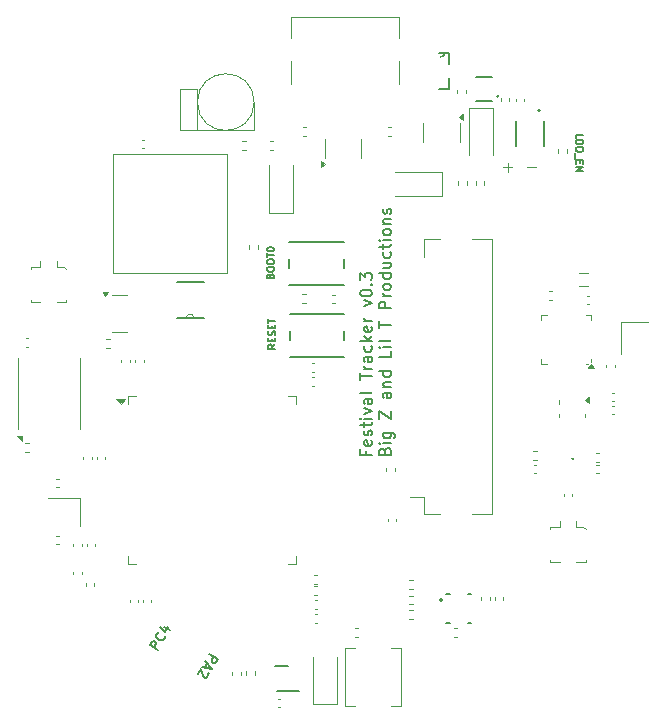
<source format=gbr>
%TF.GenerationSoftware,KiCad,Pcbnew,8.0.1*%
%TF.CreationDate,2024-08-18T17:01:31-04:00*%
%TF.ProjectId,stm32h7,73746d33-3268-4372-9e6b-696361645f70,rev?*%
%TF.SameCoordinates,Original*%
%TF.FileFunction,Legend,Top*%
%TF.FilePolarity,Positive*%
%FSLAX46Y46*%
G04 Gerber Fmt 4.6, Leading zero omitted, Abs format (unit mm)*
G04 Created by KiCad (PCBNEW 8.0.1) date 2024-08-18 17:01:31*
%MOMM*%
%LPD*%
G01*
G04 APERTURE LIST*
%ADD10C,0.150000*%
%ADD11C,0.200000*%
%ADD12C,0.100000*%
%ADD13C,0.120000*%
%ADD14C,0.152400*%
%ADD15C,0.127000*%
G04 APERTURE END LIST*
D10*
X114203037Y-95096727D02*
X113510216Y-94696727D01*
X113510216Y-94696727D02*
X113662597Y-94432795D01*
X113662597Y-94432795D02*
X113733684Y-94385860D01*
X113733684Y-94385860D02*
X113785723Y-94371916D01*
X113785723Y-94371916D02*
X113870753Y-94377020D01*
X113870753Y-94377020D02*
X113969728Y-94434163D01*
X113969728Y-94434163D02*
X114016663Y-94505250D01*
X114016663Y-94505250D02*
X114030607Y-94557289D01*
X114030607Y-94557289D02*
X114025503Y-94642319D01*
X114025503Y-94642319D02*
X113873122Y-94906251D01*
X114765625Y-93969914D02*
X114779569Y-94021953D01*
X114779569Y-94021953D02*
X114755418Y-94139975D01*
X114755418Y-94139975D02*
X114717322Y-94205958D01*
X114717322Y-94205958D02*
X114627188Y-94285885D01*
X114627188Y-94285885D02*
X114523110Y-94313772D01*
X114523110Y-94313772D02*
X114438079Y-94308669D01*
X114438079Y-94308669D02*
X114287066Y-94265470D01*
X114287066Y-94265470D02*
X114188092Y-94208327D01*
X114188092Y-94208327D02*
X114075173Y-94099145D01*
X114075173Y-94099145D02*
X114028238Y-94028058D01*
X114028238Y-94028058D02*
X114000351Y-93923980D01*
X114000351Y-93923980D02*
X114024502Y-93805958D01*
X114024502Y-93805958D02*
X114062597Y-93739975D01*
X114062597Y-93739975D02*
X114152732Y-93660048D01*
X114152732Y-93660048D02*
X114204771Y-93646105D01*
X114712585Y-93147497D02*
X115174465Y-93414163D01*
X114353415Y-93160073D02*
X114753049Y-93610745D01*
X114753049Y-93610745D02*
X115000668Y-93181856D01*
X118546962Y-95503272D02*
X119239783Y-95903272D01*
X119239783Y-95903272D02*
X119087402Y-96167204D01*
X119087402Y-96167204D02*
X119016315Y-96214139D01*
X119016315Y-96214139D02*
X118964276Y-96228083D01*
X118964276Y-96228083D02*
X118879246Y-96222979D01*
X118879246Y-96222979D02*
X118780271Y-96165836D01*
X118780271Y-96165836D02*
X118733336Y-96094749D01*
X118733336Y-96094749D02*
X118719392Y-96042710D01*
X118719392Y-96042710D02*
X118724496Y-95957680D01*
X118724496Y-95957680D02*
X118876877Y-95693748D01*
X118363959Y-96277387D02*
X118173483Y-96607301D01*
X118204105Y-96097118D02*
X118763592Y-96728058D01*
X118763592Y-96728058D02*
X117937439Y-96558998D01*
X118449990Y-97118851D02*
X118463934Y-97170890D01*
X118463934Y-97170890D02*
X118458830Y-97255921D01*
X118458830Y-97255921D02*
X118363592Y-97420878D01*
X118363592Y-97420878D02*
X118292506Y-97467813D01*
X118292506Y-97467813D02*
X118240467Y-97481757D01*
X118240467Y-97481757D02*
X118155436Y-97476653D01*
X118155436Y-97476653D02*
X118089453Y-97438558D01*
X118089453Y-97438558D02*
X118009527Y-97348424D01*
X118009527Y-97348424D02*
X117842201Y-96723955D01*
X117842201Y-96723955D02*
X117594582Y-97152844D01*
X123704485Y-63458458D02*
X123733057Y-63372744D01*
X123733057Y-63372744D02*
X123761628Y-63344173D01*
X123761628Y-63344173D02*
X123818771Y-63315601D01*
X123818771Y-63315601D02*
X123904485Y-63315601D01*
X123904485Y-63315601D02*
X123961628Y-63344173D01*
X123961628Y-63344173D02*
X123990200Y-63372744D01*
X123990200Y-63372744D02*
X124018771Y-63429887D01*
X124018771Y-63429887D02*
X124018771Y-63658458D01*
X124018771Y-63658458D02*
X123418771Y-63658458D01*
X123418771Y-63658458D02*
X123418771Y-63458458D01*
X123418771Y-63458458D02*
X123447342Y-63401316D01*
X123447342Y-63401316D02*
X123475914Y-63372744D01*
X123475914Y-63372744D02*
X123533057Y-63344173D01*
X123533057Y-63344173D02*
X123590200Y-63344173D01*
X123590200Y-63344173D02*
X123647342Y-63372744D01*
X123647342Y-63372744D02*
X123675914Y-63401316D01*
X123675914Y-63401316D02*
X123704485Y-63458458D01*
X123704485Y-63458458D02*
X123704485Y-63658458D01*
X123418771Y-62944173D02*
X123418771Y-62829887D01*
X123418771Y-62829887D02*
X123447342Y-62772744D01*
X123447342Y-62772744D02*
X123504485Y-62715601D01*
X123504485Y-62715601D02*
X123618771Y-62687030D01*
X123618771Y-62687030D02*
X123818771Y-62687030D01*
X123818771Y-62687030D02*
X123933057Y-62715601D01*
X123933057Y-62715601D02*
X123990200Y-62772744D01*
X123990200Y-62772744D02*
X124018771Y-62829887D01*
X124018771Y-62829887D02*
X124018771Y-62944173D01*
X124018771Y-62944173D02*
X123990200Y-63001316D01*
X123990200Y-63001316D02*
X123933057Y-63058458D01*
X123933057Y-63058458D02*
X123818771Y-63087030D01*
X123818771Y-63087030D02*
X123618771Y-63087030D01*
X123618771Y-63087030D02*
X123504485Y-63058458D01*
X123504485Y-63058458D02*
X123447342Y-63001316D01*
X123447342Y-63001316D02*
X123418771Y-62944173D01*
X123418771Y-62315602D02*
X123418771Y-62201316D01*
X123418771Y-62201316D02*
X123447342Y-62144173D01*
X123447342Y-62144173D02*
X123504485Y-62087030D01*
X123504485Y-62087030D02*
X123618771Y-62058459D01*
X123618771Y-62058459D02*
X123818771Y-62058459D01*
X123818771Y-62058459D02*
X123933057Y-62087030D01*
X123933057Y-62087030D02*
X123990200Y-62144173D01*
X123990200Y-62144173D02*
X124018771Y-62201316D01*
X124018771Y-62201316D02*
X124018771Y-62315602D01*
X124018771Y-62315602D02*
X123990200Y-62372745D01*
X123990200Y-62372745D02*
X123933057Y-62429887D01*
X123933057Y-62429887D02*
X123818771Y-62458459D01*
X123818771Y-62458459D02*
X123618771Y-62458459D01*
X123618771Y-62458459D02*
X123504485Y-62429887D01*
X123504485Y-62429887D02*
X123447342Y-62372745D01*
X123447342Y-62372745D02*
X123418771Y-62315602D01*
X123418771Y-61887031D02*
X123418771Y-61544174D01*
X124018771Y-61715602D02*
X123418771Y-61715602D01*
X123418771Y-61229888D02*
X123418771Y-61172745D01*
X123418771Y-61172745D02*
X123447342Y-61115602D01*
X123447342Y-61115602D02*
X123475914Y-61087031D01*
X123475914Y-61087031D02*
X123533057Y-61058459D01*
X123533057Y-61058459D02*
X123647342Y-61029888D01*
X123647342Y-61029888D02*
X123790200Y-61029888D01*
X123790200Y-61029888D02*
X123904485Y-61058459D01*
X123904485Y-61058459D02*
X123961628Y-61087031D01*
X123961628Y-61087031D02*
X123990200Y-61115602D01*
X123990200Y-61115602D02*
X124018771Y-61172745D01*
X124018771Y-61172745D02*
X124018771Y-61229888D01*
X124018771Y-61229888D02*
X123990200Y-61287031D01*
X123990200Y-61287031D02*
X123961628Y-61315602D01*
X123961628Y-61315602D02*
X123904485Y-61344173D01*
X123904485Y-61344173D02*
X123790200Y-61372745D01*
X123790200Y-61372745D02*
X123647342Y-61372745D01*
X123647342Y-61372745D02*
X123533057Y-61344173D01*
X123533057Y-61344173D02*
X123475914Y-61315602D01*
X123475914Y-61315602D02*
X123447342Y-61287031D01*
X123447342Y-61287031D02*
X123418771Y-61229888D01*
X124118771Y-69265601D02*
X123833057Y-69465601D01*
X124118771Y-69608458D02*
X123518771Y-69608458D01*
X123518771Y-69608458D02*
X123518771Y-69379887D01*
X123518771Y-69379887D02*
X123547342Y-69322744D01*
X123547342Y-69322744D02*
X123575914Y-69294173D01*
X123575914Y-69294173D02*
X123633057Y-69265601D01*
X123633057Y-69265601D02*
X123718771Y-69265601D01*
X123718771Y-69265601D02*
X123775914Y-69294173D01*
X123775914Y-69294173D02*
X123804485Y-69322744D01*
X123804485Y-69322744D02*
X123833057Y-69379887D01*
X123833057Y-69379887D02*
X123833057Y-69608458D01*
X123804485Y-69008458D02*
X123804485Y-68808458D01*
X124118771Y-68722744D02*
X124118771Y-69008458D01*
X124118771Y-69008458D02*
X123518771Y-69008458D01*
X123518771Y-69008458D02*
X123518771Y-68722744D01*
X124090200Y-68494173D02*
X124118771Y-68408459D01*
X124118771Y-68408459D02*
X124118771Y-68265601D01*
X124118771Y-68265601D02*
X124090200Y-68208459D01*
X124090200Y-68208459D02*
X124061628Y-68179887D01*
X124061628Y-68179887D02*
X124004485Y-68151316D01*
X124004485Y-68151316D02*
X123947342Y-68151316D01*
X123947342Y-68151316D02*
X123890200Y-68179887D01*
X123890200Y-68179887D02*
X123861628Y-68208459D01*
X123861628Y-68208459D02*
X123833057Y-68265601D01*
X123833057Y-68265601D02*
X123804485Y-68379887D01*
X123804485Y-68379887D02*
X123775914Y-68437030D01*
X123775914Y-68437030D02*
X123747342Y-68465601D01*
X123747342Y-68465601D02*
X123690200Y-68494173D01*
X123690200Y-68494173D02*
X123633057Y-68494173D01*
X123633057Y-68494173D02*
X123575914Y-68465601D01*
X123575914Y-68465601D02*
X123547342Y-68437030D01*
X123547342Y-68437030D02*
X123518771Y-68379887D01*
X123518771Y-68379887D02*
X123518771Y-68237030D01*
X123518771Y-68237030D02*
X123547342Y-68151316D01*
X123804485Y-67894172D02*
X123804485Y-67694172D01*
X124118771Y-67608458D02*
X124118771Y-67894172D01*
X124118771Y-67894172D02*
X123518771Y-67894172D01*
X123518771Y-67894172D02*
X123518771Y-67608458D01*
X123518771Y-67437030D02*
X123518771Y-67094173D01*
X124118771Y-67265601D02*
X123518771Y-67265601D01*
X149581228Y-51777255D02*
X149581228Y-51491541D01*
X149581228Y-51491541D02*
X150181228Y-51491541D01*
X149581228Y-51977255D02*
X150181228Y-51977255D01*
X150181228Y-51977255D02*
X150181228Y-52120112D01*
X150181228Y-52120112D02*
X150152657Y-52205826D01*
X150152657Y-52205826D02*
X150095514Y-52262969D01*
X150095514Y-52262969D02*
X150038371Y-52291540D01*
X150038371Y-52291540D02*
X149924085Y-52320112D01*
X149924085Y-52320112D02*
X149838371Y-52320112D01*
X149838371Y-52320112D02*
X149724085Y-52291540D01*
X149724085Y-52291540D02*
X149666942Y-52262969D01*
X149666942Y-52262969D02*
X149609800Y-52205826D01*
X149609800Y-52205826D02*
X149581228Y-52120112D01*
X149581228Y-52120112D02*
X149581228Y-51977255D01*
X150181228Y-52691540D02*
X150181228Y-52805826D01*
X150181228Y-52805826D02*
X150152657Y-52862969D01*
X150152657Y-52862969D02*
X150095514Y-52920112D01*
X150095514Y-52920112D02*
X149981228Y-52948683D01*
X149981228Y-52948683D02*
X149781228Y-52948683D01*
X149781228Y-52948683D02*
X149666942Y-52920112D01*
X149666942Y-52920112D02*
X149609800Y-52862969D01*
X149609800Y-52862969D02*
X149581228Y-52805826D01*
X149581228Y-52805826D02*
X149581228Y-52691540D01*
X149581228Y-52691540D02*
X149609800Y-52634398D01*
X149609800Y-52634398D02*
X149666942Y-52577255D01*
X149666942Y-52577255D02*
X149781228Y-52548683D01*
X149781228Y-52548683D02*
X149981228Y-52548683D01*
X149981228Y-52548683D02*
X150095514Y-52577255D01*
X150095514Y-52577255D02*
X150152657Y-52634398D01*
X150152657Y-52634398D02*
X150181228Y-52691540D01*
X149524085Y-53062969D02*
X149524085Y-53520111D01*
X149895514Y-53662969D02*
X149895514Y-53862969D01*
X149581228Y-53948683D02*
X149581228Y-53662969D01*
X149581228Y-53662969D02*
X150181228Y-53662969D01*
X150181228Y-53662969D02*
X150181228Y-53948683D01*
X149581228Y-54205826D02*
X150181228Y-54205826D01*
X150181228Y-54205826D02*
X149581228Y-54548683D01*
X149581228Y-54548683D02*
X150181228Y-54548683D01*
D11*
X131783465Y-78296993D02*
X131783465Y-78630326D01*
X132307275Y-78630326D02*
X131307275Y-78630326D01*
X131307275Y-78630326D02*
X131307275Y-78154136D01*
X132259656Y-77392231D02*
X132307275Y-77487469D01*
X132307275Y-77487469D02*
X132307275Y-77677945D01*
X132307275Y-77677945D02*
X132259656Y-77773183D01*
X132259656Y-77773183D02*
X132164417Y-77820802D01*
X132164417Y-77820802D02*
X131783465Y-77820802D01*
X131783465Y-77820802D02*
X131688227Y-77773183D01*
X131688227Y-77773183D02*
X131640608Y-77677945D01*
X131640608Y-77677945D02*
X131640608Y-77487469D01*
X131640608Y-77487469D02*
X131688227Y-77392231D01*
X131688227Y-77392231D02*
X131783465Y-77344612D01*
X131783465Y-77344612D02*
X131878703Y-77344612D01*
X131878703Y-77344612D02*
X131973941Y-77820802D01*
X132259656Y-76963659D02*
X132307275Y-76868421D01*
X132307275Y-76868421D02*
X132307275Y-76677945D01*
X132307275Y-76677945D02*
X132259656Y-76582707D01*
X132259656Y-76582707D02*
X132164417Y-76535088D01*
X132164417Y-76535088D02*
X132116798Y-76535088D01*
X132116798Y-76535088D02*
X132021560Y-76582707D01*
X132021560Y-76582707D02*
X131973941Y-76677945D01*
X131973941Y-76677945D02*
X131973941Y-76820802D01*
X131973941Y-76820802D02*
X131926322Y-76916040D01*
X131926322Y-76916040D02*
X131831084Y-76963659D01*
X131831084Y-76963659D02*
X131783465Y-76963659D01*
X131783465Y-76963659D02*
X131688227Y-76916040D01*
X131688227Y-76916040D02*
X131640608Y-76820802D01*
X131640608Y-76820802D02*
X131640608Y-76677945D01*
X131640608Y-76677945D02*
X131688227Y-76582707D01*
X131640608Y-76249373D02*
X131640608Y-75868421D01*
X131307275Y-76106516D02*
X132164417Y-76106516D01*
X132164417Y-76106516D02*
X132259656Y-76058897D01*
X132259656Y-76058897D02*
X132307275Y-75963659D01*
X132307275Y-75963659D02*
X132307275Y-75868421D01*
X132307275Y-75535087D02*
X131640608Y-75535087D01*
X131307275Y-75535087D02*
X131354894Y-75582706D01*
X131354894Y-75582706D02*
X131402513Y-75535087D01*
X131402513Y-75535087D02*
X131354894Y-75487468D01*
X131354894Y-75487468D02*
X131307275Y-75535087D01*
X131307275Y-75535087D02*
X131402513Y-75535087D01*
X131640608Y-75154135D02*
X132307275Y-74916040D01*
X132307275Y-74916040D02*
X131640608Y-74677945D01*
X132307275Y-73868421D02*
X131783465Y-73868421D01*
X131783465Y-73868421D02*
X131688227Y-73916040D01*
X131688227Y-73916040D02*
X131640608Y-74011278D01*
X131640608Y-74011278D02*
X131640608Y-74201754D01*
X131640608Y-74201754D02*
X131688227Y-74296992D01*
X132259656Y-73868421D02*
X132307275Y-73963659D01*
X132307275Y-73963659D02*
X132307275Y-74201754D01*
X132307275Y-74201754D02*
X132259656Y-74296992D01*
X132259656Y-74296992D02*
X132164417Y-74344611D01*
X132164417Y-74344611D02*
X132069179Y-74344611D01*
X132069179Y-74344611D02*
X131973941Y-74296992D01*
X131973941Y-74296992D02*
X131926322Y-74201754D01*
X131926322Y-74201754D02*
X131926322Y-73963659D01*
X131926322Y-73963659D02*
X131878703Y-73868421D01*
X132307275Y-73249373D02*
X132259656Y-73344611D01*
X132259656Y-73344611D02*
X132164417Y-73392230D01*
X132164417Y-73392230D02*
X131307275Y-73392230D01*
X131307275Y-72249372D02*
X131307275Y-71677944D01*
X132307275Y-71963658D02*
X131307275Y-71963658D01*
X132307275Y-71344610D02*
X131640608Y-71344610D01*
X131831084Y-71344610D02*
X131735846Y-71296991D01*
X131735846Y-71296991D02*
X131688227Y-71249372D01*
X131688227Y-71249372D02*
X131640608Y-71154134D01*
X131640608Y-71154134D02*
X131640608Y-71058896D01*
X132307275Y-70296991D02*
X131783465Y-70296991D01*
X131783465Y-70296991D02*
X131688227Y-70344610D01*
X131688227Y-70344610D02*
X131640608Y-70439848D01*
X131640608Y-70439848D02*
X131640608Y-70630324D01*
X131640608Y-70630324D02*
X131688227Y-70725562D01*
X132259656Y-70296991D02*
X132307275Y-70392229D01*
X132307275Y-70392229D02*
X132307275Y-70630324D01*
X132307275Y-70630324D02*
X132259656Y-70725562D01*
X132259656Y-70725562D02*
X132164417Y-70773181D01*
X132164417Y-70773181D02*
X132069179Y-70773181D01*
X132069179Y-70773181D02*
X131973941Y-70725562D01*
X131973941Y-70725562D02*
X131926322Y-70630324D01*
X131926322Y-70630324D02*
X131926322Y-70392229D01*
X131926322Y-70392229D02*
X131878703Y-70296991D01*
X132259656Y-69392229D02*
X132307275Y-69487467D01*
X132307275Y-69487467D02*
X132307275Y-69677943D01*
X132307275Y-69677943D02*
X132259656Y-69773181D01*
X132259656Y-69773181D02*
X132212036Y-69820800D01*
X132212036Y-69820800D02*
X132116798Y-69868419D01*
X132116798Y-69868419D02*
X131831084Y-69868419D01*
X131831084Y-69868419D02*
X131735846Y-69820800D01*
X131735846Y-69820800D02*
X131688227Y-69773181D01*
X131688227Y-69773181D02*
X131640608Y-69677943D01*
X131640608Y-69677943D02*
X131640608Y-69487467D01*
X131640608Y-69487467D02*
X131688227Y-69392229D01*
X132307275Y-68963657D02*
X131307275Y-68963657D01*
X131926322Y-68868419D02*
X132307275Y-68582705D01*
X131640608Y-68582705D02*
X132021560Y-68963657D01*
X132259656Y-67773181D02*
X132307275Y-67868419D01*
X132307275Y-67868419D02*
X132307275Y-68058895D01*
X132307275Y-68058895D02*
X132259656Y-68154133D01*
X132259656Y-68154133D02*
X132164417Y-68201752D01*
X132164417Y-68201752D02*
X131783465Y-68201752D01*
X131783465Y-68201752D02*
X131688227Y-68154133D01*
X131688227Y-68154133D02*
X131640608Y-68058895D01*
X131640608Y-68058895D02*
X131640608Y-67868419D01*
X131640608Y-67868419D02*
X131688227Y-67773181D01*
X131688227Y-67773181D02*
X131783465Y-67725562D01*
X131783465Y-67725562D02*
X131878703Y-67725562D01*
X131878703Y-67725562D02*
X131973941Y-68201752D01*
X132307275Y-67296990D02*
X131640608Y-67296990D01*
X131831084Y-67296990D02*
X131735846Y-67249371D01*
X131735846Y-67249371D02*
X131688227Y-67201752D01*
X131688227Y-67201752D02*
X131640608Y-67106514D01*
X131640608Y-67106514D02*
X131640608Y-67011276D01*
X131640608Y-66011275D02*
X132307275Y-65773180D01*
X132307275Y-65773180D02*
X131640608Y-65535085D01*
X131307275Y-64963656D02*
X131307275Y-64868418D01*
X131307275Y-64868418D02*
X131354894Y-64773180D01*
X131354894Y-64773180D02*
X131402513Y-64725561D01*
X131402513Y-64725561D02*
X131497751Y-64677942D01*
X131497751Y-64677942D02*
X131688227Y-64630323D01*
X131688227Y-64630323D02*
X131926322Y-64630323D01*
X131926322Y-64630323D02*
X132116798Y-64677942D01*
X132116798Y-64677942D02*
X132212036Y-64725561D01*
X132212036Y-64725561D02*
X132259656Y-64773180D01*
X132259656Y-64773180D02*
X132307275Y-64868418D01*
X132307275Y-64868418D02*
X132307275Y-64963656D01*
X132307275Y-64963656D02*
X132259656Y-65058894D01*
X132259656Y-65058894D02*
X132212036Y-65106513D01*
X132212036Y-65106513D02*
X132116798Y-65154132D01*
X132116798Y-65154132D02*
X131926322Y-65201751D01*
X131926322Y-65201751D02*
X131688227Y-65201751D01*
X131688227Y-65201751D02*
X131497751Y-65154132D01*
X131497751Y-65154132D02*
X131402513Y-65106513D01*
X131402513Y-65106513D02*
X131354894Y-65058894D01*
X131354894Y-65058894D02*
X131307275Y-64963656D01*
X132212036Y-64201751D02*
X132259656Y-64154132D01*
X132259656Y-64154132D02*
X132307275Y-64201751D01*
X132307275Y-64201751D02*
X132259656Y-64249370D01*
X132259656Y-64249370D02*
X132212036Y-64201751D01*
X132212036Y-64201751D02*
X132307275Y-64201751D01*
X131307275Y-63820799D02*
X131307275Y-63201752D01*
X131307275Y-63201752D02*
X131688227Y-63535085D01*
X131688227Y-63535085D02*
X131688227Y-63392228D01*
X131688227Y-63392228D02*
X131735846Y-63296990D01*
X131735846Y-63296990D02*
X131783465Y-63249371D01*
X131783465Y-63249371D02*
X131878703Y-63201752D01*
X131878703Y-63201752D02*
X132116798Y-63201752D01*
X132116798Y-63201752D02*
X132212036Y-63249371D01*
X132212036Y-63249371D02*
X132259656Y-63296990D01*
X132259656Y-63296990D02*
X132307275Y-63392228D01*
X132307275Y-63392228D02*
X132307275Y-63677942D01*
X132307275Y-63677942D02*
X132259656Y-63773180D01*
X132259656Y-63773180D02*
X132212036Y-63820799D01*
X133393409Y-78296993D02*
X133441028Y-78154136D01*
X133441028Y-78154136D02*
X133488647Y-78106517D01*
X133488647Y-78106517D02*
X133583885Y-78058898D01*
X133583885Y-78058898D02*
X133726742Y-78058898D01*
X133726742Y-78058898D02*
X133821980Y-78106517D01*
X133821980Y-78106517D02*
X133869600Y-78154136D01*
X133869600Y-78154136D02*
X133917219Y-78249374D01*
X133917219Y-78249374D02*
X133917219Y-78630326D01*
X133917219Y-78630326D02*
X132917219Y-78630326D01*
X132917219Y-78630326D02*
X132917219Y-78296993D01*
X132917219Y-78296993D02*
X132964838Y-78201755D01*
X132964838Y-78201755D02*
X133012457Y-78154136D01*
X133012457Y-78154136D02*
X133107695Y-78106517D01*
X133107695Y-78106517D02*
X133202933Y-78106517D01*
X133202933Y-78106517D02*
X133298171Y-78154136D01*
X133298171Y-78154136D02*
X133345790Y-78201755D01*
X133345790Y-78201755D02*
X133393409Y-78296993D01*
X133393409Y-78296993D02*
X133393409Y-78630326D01*
X133917219Y-77630326D02*
X133250552Y-77630326D01*
X132917219Y-77630326D02*
X132964838Y-77677945D01*
X132964838Y-77677945D02*
X133012457Y-77630326D01*
X133012457Y-77630326D02*
X132964838Y-77582707D01*
X132964838Y-77582707D02*
X132917219Y-77630326D01*
X132917219Y-77630326D02*
X133012457Y-77630326D01*
X133250552Y-76725565D02*
X134060076Y-76725565D01*
X134060076Y-76725565D02*
X134155314Y-76773184D01*
X134155314Y-76773184D02*
X134202933Y-76820803D01*
X134202933Y-76820803D02*
X134250552Y-76916041D01*
X134250552Y-76916041D02*
X134250552Y-77058898D01*
X134250552Y-77058898D02*
X134202933Y-77154136D01*
X133869600Y-76725565D02*
X133917219Y-76820803D01*
X133917219Y-76820803D02*
X133917219Y-77011279D01*
X133917219Y-77011279D02*
X133869600Y-77106517D01*
X133869600Y-77106517D02*
X133821980Y-77154136D01*
X133821980Y-77154136D02*
X133726742Y-77201755D01*
X133726742Y-77201755D02*
X133441028Y-77201755D01*
X133441028Y-77201755D02*
X133345790Y-77154136D01*
X133345790Y-77154136D02*
X133298171Y-77106517D01*
X133298171Y-77106517D02*
X133250552Y-77011279D01*
X133250552Y-77011279D02*
X133250552Y-76820803D01*
X133250552Y-76820803D02*
X133298171Y-76725565D01*
X132917219Y-75582707D02*
X132917219Y-74916041D01*
X132917219Y-74916041D02*
X133917219Y-75582707D01*
X133917219Y-75582707D02*
X133917219Y-74916041D01*
X133917219Y-73344612D02*
X133393409Y-73344612D01*
X133393409Y-73344612D02*
X133298171Y-73392231D01*
X133298171Y-73392231D02*
X133250552Y-73487469D01*
X133250552Y-73487469D02*
X133250552Y-73677945D01*
X133250552Y-73677945D02*
X133298171Y-73773183D01*
X133869600Y-73344612D02*
X133917219Y-73439850D01*
X133917219Y-73439850D02*
X133917219Y-73677945D01*
X133917219Y-73677945D02*
X133869600Y-73773183D01*
X133869600Y-73773183D02*
X133774361Y-73820802D01*
X133774361Y-73820802D02*
X133679123Y-73820802D01*
X133679123Y-73820802D02*
X133583885Y-73773183D01*
X133583885Y-73773183D02*
X133536266Y-73677945D01*
X133536266Y-73677945D02*
X133536266Y-73439850D01*
X133536266Y-73439850D02*
X133488647Y-73344612D01*
X133250552Y-72868421D02*
X133917219Y-72868421D01*
X133345790Y-72868421D02*
X133298171Y-72820802D01*
X133298171Y-72820802D02*
X133250552Y-72725564D01*
X133250552Y-72725564D02*
X133250552Y-72582707D01*
X133250552Y-72582707D02*
X133298171Y-72487469D01*
X133298171Y-72487469D02*
X133393409Y-72439850D01*
X133393409Y-72439850D02*
X133917219Y-72439850D01*
X133917219Y-71535088D02*
X132917219Y-71535088D01*
X133869600Y-71535088D02*
X133917219Y-71630326D01*
X133917219Y-71630326D02*
X133917219Y-71820802D01*
X133917219Y-71820802D02*
X133869600Y-71916040D01*
X133869600Y-71916040D02*
X133821980Y-71963659D01*
X133821980Y-71963659D02*
X133726742Y-72011278D01*
X133726742Y-72011278D02*
X133441028Y-72011278D01*
X133441028Y-72011278D02*
X133345790Y-71963659D01*
X133345790Y-71963659D02*
X133298171Y-71916040D01*
X133298171Y-71916040D02*
X133250552Y-71820802D01*
X133250552Y-71820802D02*
X133250552Y-71630326D01*
X133250552Y-71630326D02*
X133298171Y-71535088D01*
X133917219Y-69820802D02*
X133917219Y-70296992D01*
X133917219Y-70296992D02*
X132917219Y-70296992D01*
X133917219Y-69487468D02*
X133250552Y-69487468D01*
X132917219Y-69487468D02*
X132964838Y-69535087D01*
X132964838Y-69535087D02*
X133012457Y-69487468D01*
X133012457Y-69487468D02*
X132964838Y-69439849D01*
X132964838Y-69439849D02*
X132917219Y-69487468D01*
X132917219Y-69487468D02*
X133012457Y-69487468D01*
X133917219Y-68868421D02*
X133869600Y-68963659D01*
X133869600Y-68963659D02*
X133774361Y-69011278D01*
X133774361Y-69011278D02*
X132917219Y-69011278D01*
X132917219Y-67868420D02*
X132917219Y-67296992D01*
X133917219Y-67582706D02*
X132917219Y-67582706D01*
X133917219Y-66201753D02*
X132917219Y-66201753D01*
X132917219Y-66201753D02*
X132917219Y-65820801D01*
X132917219Y-65820801D02*
X132964838Y-65725563D01*
X132964838Y-65725563D02*
X133012457Y-65677944D01*
X133012457Y-65677944D02*
X133107695Y-65630325D01*
X133107695Y-65630325D02*
X133250552Y-65630325D01*
X133250552Y-65630325D02*
X133345790Y-65677944D01*
X133345790Y-65677944D02*
X133393409Y-65725563D01*
X133393409Y-65725563D02*
X133441028Y-65820801D01*
X133441028Y-65820801D02*
X133441028Y-66201753D01*
X133917219Y-65201753D02*
X133250552Y-65201753D01*
X133441028Y-65201753D02*
X133345790Y-65154134D01*
X133345790Y-65154134D02*
X133298171Y-65106515D01*
X133298171Y-65106515D02*
X133250552Y-65011277D01*
X133250552Y-65011277D02*
X133250552Y-64916039D01*
X133917219Y-64439848D02*
X133869600Y-64535086D01*
X133869600Y-64535086D02*
X133821980Y-64582705D01*
X133821980Y-64582705D02*
X133726742Y-64630324D01*
X133726742Y-64630324D02*
X133441028Y-64630324D01*
X133441028Y-64630324D02*
X133345790Y-64582705D01*
X133345790Y-64582705D02*
X133298171Y-64535086D01*
X133298171Y-64535086D02*
X133250552Y-64439848D01*
X133250552Y-64439848D02*
X133250552Y-64296991D01*
X133250552Y-64296991D02*
X133298171Y-64201753D01*
X133298171Y-64201753D02*
X133345790Y-64154134D01*
X133345790Y-64154134D02*
X133441028Y-64106515D01*
X133441028Y-64106515D02*
X133726742Y-64106515D01*
X133726742Y-64106515D02*
X133821980Y-64154134D01*
X133821980Y-64154134D02*
X133869600Y-64201753D01*
X133869600Y-64201753D02*
X133917219Y-64296991D01*
X133917219Y-64296991D02*
X133917219Y-64439848D01*
X133917219Y-63249372D02*
X132917219Y-63249372D01*
X133869600Y-63249372D02*
X133917219Y-63344610D01*
X133917219Y-63344610D02*
X133917219Y-63535086D01*
X133917219Y-63535086D02*
X133869600Y-63630324D01*
X133869600Y-63630324D02*
X133821980Y-63677943D01*
X133821980Y-63677943D02*
X133726742Y-63725562D01*
X133726742Y-63725562D02*
X133441028Y-63725562D01*
X133441028Y-63725562D02*
X133345790Y-63677943D01*
X133345790Y-63677943D02*
X133298171Y-63630324D01*
X133298171Y-63630324D02*
X133250552Y-63535086D01*
X133250552Y-63535086D02*
X133250552Y-63344610D01*
X133250552Y-63344610D02*
X133298171Y-63249372D01*
X133250552Y-62344610D02*
X133917219Y-62344610D01*
X133250552Y-62773181D02*
X133774361Y-62773181D01*
X133774361Y-62773181D02*
X133869600Y-62725562D01*
X133869600Y-62725562D02*
X133917219Y-62630324D01*
X133917219Y-62630324D02*
X133917219Y-62487467D01*
X133917219Y-62487467D02*
X133869600Y-62392229D01*
X133869600Y-62392229D02*
X133821980Y-62344610D01*
X133869600Y-61439848D02*
X133917219Y-61535086D01*
X133917219Y-61535086D02*
X133917219Y-61725562D01*
X133917219Y-61725562D02*
X133869600Y-61820800D01*
X133869600Y-61820800D02*
X133821980Y-61868419D01*
X133821980Y-61868419D02*
X133726742Y-61916038D01*
X133726742Y-61916038D02*
X133441028Y-61916038D01*
X133441028Y-61916038D02*
X133345790Y-61868419D01*
X133345790Y-61868419D02*
X133298171Y-61820800D01*
X133298171Y-61820800D02*
X133250552Y-61725562D01*
X133250552Y-61725562D02*
X133250552Y-61535086D01*
X133250552Y-61535086D02*
X133298171Y-61439848D01*
X133250552Y-61154133D02*
X133250552Y-60773181D01*
X132917219Y-61011276D02*
X133774361Y-61011276D01*
X133774361Y-61011276D02*
X133869600Y-60963657D01*
X133869600Y-60963657D02*
X133917219Y-60868419D01*
X133917219Y-60868419D02*
X133917219Y-60773181D01*
X133917219Y-60439847D02*
X133250552Y-60439847D01*
X132917219Y-60439847D02*
X132964838Y-60487466D01*
X132964838Y-60487466D02*
X133012457Y-60439847D01*
X133012457Y-60439847D02*
X132964838Y-60392228D01*
X132964838Y-60392228D02*
X132917219Y-60439847D01*
X132917219Y-60439847D02*
X133012457Y-60439847D01*
X133917219Y-59820800D02*
X133869600Y-59916038D01*
X133869600Y-59916038D02*
X133821980Y-59963657D01*
X133821980Y-59963657D02*
X133726742Y-60011276D01*
X133726742Y-60011276D02*
X133441028Y-60011276D01*
X133441028Y-60011276D02*
X133345790Y-59963657D01*
X133345790Y-59963657D02*
X133298171Y-59916038D01*
X133298171Y-59916038D02*
X133250552Y-59820800D01*
X133250552Y-59820800D02*
X133250552Y-59677943D01*
X133250552Y-59677943D02*
X133298171Y-59582705D01*
X133298171Y-59582705D02*
X133345790Y-59535086D01*
X133345790Y-59535086D02*
X133441028Y-59487467D01*
X133441028Y-59487467D02*
X133726742Y-59487467D01*
X133726742Y-59487467D02*
X133821980Y-59535086D01*
X133821980Y-59535086D02*
X133869600Y-59582705D01*
X133869600Y-59582705D02*
X133917219Y-59677943D01*
X133917219Y-59677943D02*
X133917219Y-59820800D01*
X133250552Y-59058895D02*
X133917219Y-59058895D01*
X133345790Y-59058895D02*
X133298171Y-59011276D01*
X133298171Y-59011276D02*
X133250552Y-58916038D01*
X133250552Y-58916038D02*
X133250552Y-58773181D01*
X133250552Y-58773181D02*
X133298171Y-58677943D01*
X133298171Y-58677943D02*
X133393409Y-58630324D01*
X133393409Y-58630324D02*
X133917219Y-58630324D01*
X133869600Y-58201752D02*
X133917219Y-58106514D01*
X133917219Y-58106514D02*
X133917219Y-57916038D01*
X133917219Y-57916038D02*
X133869600Y-57820800D01*
X133869600Y-57820800D02*
X133774361Y-57773181D01*
X133774361Y-57773181D02*
X133726742Y-57773181D01*
X133726742Y-57773181D02*
X133631504Y-57820800D01*
X133631504Y-57820800D02*
X133583885Y-57916038D01*
X133583885Y-57916038D02*
X133583885Y-58058895D01*
X133583885Y-58058895D02*
X133536266Y-58154133D01*
X133536266Y-58154133D02*
X133441028Y-58201752D01*
X133441028Y-58201752D02*
X133393409Y-58201752D01*
X133393409Y-58201752D02*
X133298171Y-58154133D01*
X133298171Y-58154133D02*
X133250552Y-58058895D01*
X133250552Y-58058895D02*
X133250552Y-57916038D01*
X133250552Y-57916038D02*
X133298171Y-57820800D01*
D12*
X145453884Y-54241466D02*
X146215789Y-54241466D01*
X143403884Y-54241466D02*
X144165789Y-54241466D01*
X143784836Y-54622419D02*
X143784836Y-53860514D01*
D13*
%TO.C,C27*%
X127192164Y-72040000D02*
X127407836Y-72040000D01*
X127192164Y-72760000D02*
X127407836Y-72760000D01*
%TO.C,C33*%
X139272164Y-93290000D02*
X139487836Y-93290000D01*
X139272164Y-94010000D02*
X139487836Y-94010000D01*
%TO.C,C11*%
X102992164Y-68740000D02*
X103207836Y-68740000D01*
X102992164Y-69460000D02*
X103207836Y-69460000D01*
%TO.C,C14*%
X124342164Y-99240000D02*
X124557836Y-99240000D01*
X124342164Y-99960000D02*
X124557836Y-99960000D01*
%TO.C,C39*%
X141540000Y-90887836D02*
X141540000Y-90672164D01*
X142260000Y-90887836D02*
X142260000Y-90672164D01*
%TO.C,R18*%
X102946359Y-77620000D02*
X103253641Y-77620000D01*
X102946359Y-78380000D02*
X103253641Y-78380000D01*
%TO.C,C16*%
X123692164Y-52040000D02*
X123907836Y-52040000D01*
X123692164Y-52760000D02*
X123907836Y-52760000D01*
%TO.C,R1*%
X126386359Y-65020000D02*
X126693641Y-65020000D01*
X126386359Y-65780000D02*
X126693641Y-65780000D01*
%TO.C,C18*%
X147507836Y-64740000D02*
X147292164Y-64740000D01*
X147507836Y-65460000D02*
X147292164Y-65460000D01*
%TO.C,R12*%
X151246359Y-78420000D02*
X151553641Y-78420000D01*
X151246359Y-79180000D02*
X151553641Y-79180000D01*
%TO.C,L4*%
X149820378Y-63210000D02*
X150619622Y-63210000D01*
X149820378Y-64330000D02*
X150619622Y-64330000D01*
%TO.C,J4*%
X147400000Y-84700000D02*
X148200000Y-84700000D01*
X147400000Y-84900000D02*
X147400000Y-84700000D01*
X147400000Y-87700000D02*
X147400000Y-87500000D01*
X148200000Y-84700000D02*
X148200000Y-84200000D01*
X148200000Y-87700000D02*
X147400000Y-87700000D01*
X149600000Y-84700000D02*
X149600000Y-84200000D01*
X149600000Y-84700000D02*
X150200000Y-84700000D01*
X150200000Y-84700000D02*
X150400000Y-84900000D01*
X150400000Y-87500000D02*
X150400000Y-87700000D01*
X150400000Y-87700000D02*
X149600000Y-87700000D01*
%TO.C,D4*%
X138260000Y-54700000D02*
X134250000Y-54700000D01*
X138260000Y-56700000D02*
X134250000Y-56700000D01*
X138260000Y-56700000D02*
X138260000Y-54700000D01*
%TO.C,R9*%
X141070000Y-55446359D02*
X141070000Y-55753641D01*
X141830000Y-55446359D02*
X141830000Y-55753641D01*
%TO.C,R7*%
X133646359Y-50820000D02*
X133953641Y-50820000D01*
X133646359Y-51580000D02*
X133953641Y-51580000D01*
%TO.C,C30*%
X127422164Y-89740000D02*
X127637836Y-89740000D01*
X127422164Y-90460000D02*
X127637836Y-90460000D01*
%TO.C,J5*%
X136700000Y-60350000D02*
X138040000Y-60350000D01*
X136700000Y-61840000D02*
X136700000Y-60350000D01*
X136700000Y-82160000D02*
X135500000Y-82160000D01*
X136700000Y-82160000D02*
X136700000Y-83650000D01*
X136700000Y-83650000D02*
X138040000Y-83650000D01*
X140760000Y-83650000D02*
X142500000Y-83650000D01*
X142500000Y-60350000D02*
X140760000Y-60350000D01*
X142500000Y-83650000D02*
X142500000Y-60350000D01*
%TO.C,U4*%
X136640000Y-51287500D02*
X136640000Y-50487500D01*
X136640000Y-51287500D02*
X136640000Y-52087500D01*
X139760000Y-51287500D02*
X139760000Y-50487500D01*
X139760000Y-51287500D02*
X139760000Y-52087500D01*
X140040000Y-50227500D02*
X139710000Y-49987500D01*
X140040000Y-49747500D01*
X140040000Y-50227500D01*
G36*
X140040000Y-50227500D02*
G01*
X139710000Y-49987500D01*
X140040000Y-49747500D01*
X140040000Y-50227500D01*
G37*
%TO.C,Y1*%
X107550000Y-82300000D02*
X104850000Y-82300000D01*
X107550000Y-84600000D02*
X107550000Y-82300000D01*
%TO.C,C29*%
X127422164Y-88790000D02*
X127637836Y-88790000D01*
X127422164Y-89510000D02*
X127637836Y-89510000D01*
%TO.C,C3*%
X139540000Y-47937836D02*
X139540000Y-47722164D01*
X140260000Y-47937836D02*
X140260000Y-47722164D01*
%TO.C,C4*%
X105592164Y-85440000D02*
X105807836Y-85440000D01*
X105592164Y-86160000D02*
X105807836Y-86160000D01*
D14*
%TO.C,U7*%
X137997600Y-47598600D02*
X138861200Y-47598600D01*
X138454800Y-44601400D02*
X137997600Y-44601400D01*
X138861200Y-44601400D02*
X138454800Y-44601400D01*
X138861200Y-45490400D02*
X138861200Y-44601400D01*
X138861200Y-47598600D02*
X138861200Y-46709600D01*
X138454800Y-44601400D02*
G75*
G02*
X138124600Y-44906200I-304748J-1115D01*
G01*
D13*
%TO.C,C20*%
X152592164Y-74440000D02*
X152807836Y-74440000D01*
X152592164Y-75160000D02*
X152807836Y-75160000D01*
%TO.C,C38*%
X142690000Y-90887836D02*
X142690000Y-90672164D01*
X143410000Y-90887836D02*
X143410000Y-90672164D01*
%TO.C,C24*%
X133640000Y-84022164D02*
X133640000Y-84237836D01*
X134360000Y-84022164D02*
X134360000Y-84237836D01*
%TO.C,C2*%
X127657836Y-90940000D02*
X127442164Y-90940000D01*
X127657836Y-91660000D02*
X127442164Y-91660000D01*
D14*
%TO.C,U12*%
X149230452Y-78940260D02*
G75*
G02*
X149369546Y-78940260I69547J-31140D01*
G01*
D13*
%TO.C,R8*%
X139620000Y-55446359D02*
X139620000Y-55753641D01*
X140380000Y-55446359D02*
X140380000Y-55753641D01*
%TO.C,C9*%
X108140000Y-86142164D02*
X108140000Y-86357836D01*
X108860000Y-86142164D02*
X108860000Y-86357836D01*
%TO.C,U3*%
X128290000Y-52662500D02*
X128290000Y-51862500D01*
X128290000Y-52662500D02*
X128290000Y-53462500D01*
X131410000Y-52662500D02*
X131410000Y-51862500D01*
X131410000Y-52662500D02*
X131410000Y-53462500D01*
X128340000Y-53962500D02*
X128010000Y-54202500D01*
X128010000Y-53722500D01*
X128340000Y-53962500D01*
G36*
X128340000Y-53962500D02*
G01*
X128010000Y-54202500D01*
X128010000Y-53722500D01*
X128340000Y-53962500D01*
G37*
D14*
%TO.C,U5*%
X115757000Y-66998600D02*
X116595200Y-66998600D01*
X116595200Y-66998600D02*
X117204800Y-66998600D01*
X117204800Y-66998600D02*
X118043000Y-66998600D01*
X118043000Y-64001400D02*
X115757000Y-64001400D01*
D12*
X116595200Y-66998600D02*
G75*
G02*
X117204800Y-66998600I304800J0D01*
G01*
D13*
%TO.C,Q1_Xtal1*%
X153380000Y-67400000D02*
X153380000Y-70100000D01*
X155680000Y-67400000D02*
X153380000Y-67400000D01*
%TO.C,R11*%
X148070000Y-52746359D02*
X148070000Y-53053641D01*
X148830000Y-52746359D02*
X148830000Y-53053641D01*
%TO.C,R19*%
X133470000Y-79696359D02*
X133470000Y-80003641D01*
X134230000Y-79696359D02*
X134230000Y-80003641D01*
%TO.C,C23*%
X152592164Y-73340000D02*
X152807836Y-73340000D01*
X152592164Y-74060000D02*
X152807836Y-74060000D01*
%TO.C,R16*%
X135446359Y-89220000D02*
X135753641Y-89220000D01*
X135446359Y-89980000D02*
X135753641Y-89980000D01*
%TO.C,C5*%
X105807836Y-80640000D02*
X105592164Y-80640000D01*
X105807836Y-81360000D02*
X105592164Y-81360000D01*
D14*
%TO.C,SW2*%
X125325899Y-68104841D02*
X125325899Y-68878159D01*
X125325899Y-70320300D02*
X129974099Y-70320300D01*
X129974099Y-66662700D02*
X125325899Y-66662700D01*
X129974099Y-68878159D02*
X129974099Y-68104841D01*
D13*
%TO.C,R15*%
X135446359Y-91770000D02*
X135753641Y-91770000D01*
X135446359Y-92530000D02*
X135753641Y-92530000D01*
%TO.C,C12*%
X143190000Y-48637836D02*
X143190000Y-48422164D01*
X143910000Y-48637836D02*
X143910000Y-48422164D01*
%TO.C,C34*%
X112240000Y-70757836D02*
X112240000Y-70542164D01*
X112960000Y-70757836D02*
X112960000Y-70542164D01*
%TO.C,D1*%
X140550000Y-49240000D02*
X140550000Y-53250000D01*
X142550000Y-49240000D02*
X140550000Y-49240000D01*
X142550000Y-49240000D02*
X142550000Y-53250000D01*
%TO.C,D3*%
X127350000Y-99710000D02*
X127350000Y-95700000D01*
X127350000Y-99710000D02*
X129350000Y-99710000D01*
X129350000Y-99710000D02*
X129350000Y-95700000D01*
%TO.C,C10*%
X106990000Y-86142164D02*
X106990000Y-86357836D01*
X107710000Y-86142164D02*
X107710000Y-86357836D01*
%TO.C,R2*%
X121670000Y-96946359D02*
X121670000Y-97253641D01*
X122430000Y-96946359D02*
X122430000Y-97253641D01*
%TO.C,C13*%
X144490000Y-48657836D02*
X144490000Y-48442164D01*
X145210000Y-48657836D02*
X145210000Y-48442164D01*
%TO.C,C22*%
X120490000Y-96992164D02*
X120490000Y-97207836D01*
X121210000Y-96992164D02*
X121210000Y-97207836D01*
%TO.C,C19*%
X148540000Y-82107836D02*
X148540000Y-81892164D01*
X149260000Y-82107836D02*
X149260000Y-81892164D01*
%TO.C,C32*%
X146207836Y-79440000D02*
X145992164Y-79440000D01*
X146207836Y-80160000D02*
X145992164Y-80160000D01*
%TO.C,R4*%
X121920000Y-60846359D02*
X121920000Y-61153641D01*
X122680000Y-60846359D02*
X122680000Y-61153641D01*
%TO.C,R3*%
X121643641Y-52020000D02*
X121336359Y-52020000D01*
X121643641Y-52780000D02*
X121336359Y-52780000D01*
%TO.C,D2*%
X123600000Y-58110000D02*
X123600000Y-54100000D01*
X123600000Y-58110000D02*
X125600000Y-58110000D01*
X125600000Y-58110000D02*
X125600000Y-54100000D01*
%TO.C,ATGM336H1*%
D12*
X110350000Y-53150000D02*
X120050000Y-53150000D01*
X120050000Y-63250000D01*
X110350000Y-63250000D01*
X110350000Y-53150000D01*
D13*
%TO.C,C15*%
X113027836Y-51940000D02*
X112812164Y-51940000D01*
X113027836Y-52660000D02*
X112812164Y-52660000D01*
%TO.C,C31*%
X151292164Y-79440000D02*
X151507836Y-79440000D01*
X151292164Y-80160000D02*
X151507836Y-80160000D01*
%TO.C,R10*%
X110103641Y-68820000D02*
X109796359Y-68820000D01*
X110103641Y-69580000D02*
X109796359Y-69580000D01*
D11*
%TO.C,U11*%
X125225000Y-96475000D02*
X124125002Y-96475000D01*
X126150002Y-98599999D02*
X124225002Y-98599999D01*
D15*
%TO.C,U2*%
X142450000Y-46604674D02*
X141150000Y-46604674D01*
X142450000Y-48682674D02*
X141150000Y-48682674D01*
D10*
X143020709Y-48243674D02*
G75*
G02*
X142879291Y-48243674I-70709J0D01*
G01*
X142879291Y-48243674D02*
G75*
G02*
X143020709Y-48243674I70709J0D01*
G01*
D13*
%TO.C,L1*%
X130040000Y-94940000D02*
X130890000Y-94940000D01*
X130040000Y-99860000D02*
X130040000Y-94940000D01*
X130040000Y-99860000D02*
X130890000Y-99860000D01*
X134760000Y-94940000D02*
X133910000Y-94940000D01*
X134760000Y-99860000D02*
X133910000Y-99860000D01*
X134760000Y-99860000D02*
X134760000Y-94940000D01*
%TO.C,U9*%
X102340000Y-76450000D02*
X102340000Y-70450000D01*
X107560000Y-76450000D02*
X107560000Y-70450000D01*
X102690000Y-77460000D02*
X102210000Y-76980000D01*
X102690000Y-76980000D01*
X102690000Y-77460000D01*
G36*
X102690000Y-77460000D02*
G01*
X102210000Y-76980000D01*
X102690000Y-76980000D01*
X102690000Y-77460000D01*
G37*
%TO.C,FL1*%
X148140000Y-74290000D02*
X148140000Y-73965000D01*
X148140000Y-75110000D02*
X148140000Y-75435000D01*
X150360000Y-75110000D02*
X150360000Y-75435000D01*
X150700000Y-74200000D02*
X150370000Y-73960000D01*
X150700000Y-73720000D01*
X150700000Y-74200000D01*
G36*
X150700000Y-74200000D02*
G01*
X150370000Y-73960000D01*
X150700000Y-73720000D01*
X150700000Y-74200000D01*
G37*
D12*
%TO.C,BT1*%
X116025000Y-47645000D02*
X117525000Y-47645000D01*
X116025000Y-51145000D02*
X116025000Y-47645000D01*
X117525000Y-47645000D02*
X117525000Y-48745000D01*
X117525000Y-48745000D02*
X117525000Y-51145000D01*
X117525000Y-51145000D02*
X116025000Y-51145000D01*
X117525000Y-51145000D02*
X119925000Y-51145000D01*
X119925000Y-51145000D02*
X122325000Y-51145000D01*
X122325000Y-48745000D02*
X122325000Y-51145000D01*
X122325000Y-48745000D02*
G75*
G02*
X117525000Y-48745000I-2400000J0D01*
G01*
X117525000Y-48745000D02*
G75*
G02*
X122325000Y-48745000I2400000J0D01*
G01*
D13*
%TO.C,C1*%
X127657836Y-92090000D02*
X127442164Y-92090000D01*
X127657836Y-92810000D02*
X127442164Y-92810000D01*
%TO.C,C35*%
X107840000Y-78772164D02*
X107840000Y-78987836D01*
X108560000Y-78772164D02*
X108560000Y-78987836D01*
%TO.C,C17*%
X152140000Y-70992164D02*
X152140000Y-71207836D01*
X152860000Y-70992164D02*
X152860000Y-71207836D01*
%TO.C,J1*%
X125445000Y-41580000D02*
X134605000Y-41580000D01*
X125445000Y-43285000D02*
X125445000Y-41580000D01*
X125445000Y-45295000D02*
X125445000Y-47215000D01*
X134605000Y-41580000D02*
X134605000Y-43285000D01*
X134605000Y-47215000D02*
X134605000Y-45295000D01*
D14*
%TO.C,SW3*%
X125275899Y-62038340D02*
X125275899Y-62811658D01*
X125275899Y-64253799D02*
X129924099Y-64253799D01*
X129924099Y-60596199D02*
X125275899Y-60596199D01*
X129924099Y-62811658D02*
X129924099Y-62038340D01*
D13*
%TO.C,Q1*%
X110900000Y-65077500D02*
X110250000Y-65077500D01*
X110900000Y-65077500D02*
X111550000Y-65077500D01*
X110900000Y-68197500D02*
X110250000Y-68197500D01*
X110900000Y-68197500D02*
X111550000Y-68197500D01*
X109737500Y-65127500D02*
X109497500Y-64797500D01*
X109977500Y-64797500D01*
X109737500Y-65127500D01*
G36*
X109737500Y-65127500D02*
G01*
X109497500Y-64797500D01*
X109977500Y-64797500D01*
X109737500Y-65127500D01*
G37*
%TO.C,C28*%
X111090000Y-70757836D02*
X111090000Y-70542164D01*
X111810000Y-70757836D02*
X111810000Y-70542164D01*
%TO.C,R13*%
X146253641Y-78320000D02*
X145946359Y-78320000D01*
X146253641Y-79080000D02*
X145946359Y-79080000D01*
%TO.C,C6*%
X128942164Y-65040000D02*
X129157836Y-65040000D01*
X128942164Y-65760000D02*
X129157836Y-65760000D01*
%TO.C,R6*%
X126753641Y-50820000D02*
X126446359Y-50820000D01*
X126753641Y-51580000D02*
X126446359Y-51580000D01*
%TO.C,R5*%
X130846359Y-93270000D02*
X131153641Y-93270000D01*
X130846359Y-94030000D02*
X131153641Y-94030000D01*
%TO.C,C25*%
X112890000Y-90872164D02*
X112890000Y-91087836D01*
X113610000Y-90872164D02*
X113610000Y-91087836D01*
%TO.C,R17*%
X135436359Y-90520000D02*
X135743641Y-90520000D01*
X135436359Y-91280000D02*
X135743641Y-91280000D01*
%TO.C,C37*%
X111790000Y-90872164D02*
X111790000Y-91087836D01*
X112510000Y-90872164D02*
X112510000Y-91087836D01*
%TO.C,C8*%
X108090000Y-89472164D02*
X108090000Y-89687836D01*
X108810000Y-89472164D02*
X108810000Y-89687836D01*
D15*
%TO.C,U8*%
X138915000Y-90411000D02*
X138605000Y-90411000D01*
X138915000Y-92889000D02*
X138605000Y-92889000D01*
X140395000Y-90411000D02*
X140705000Y-90411000D01*
X140395000Y-92889000D02*
X140705000Y-92889000D01*
D11*
X138255000Y-90900000D02*
G75*
G02*
X138055000Y-90900000I-100000J0D01*
G01*
X138055000Y-90900000D02*
G75*
G02*
X138255000Y-90900000I100000J0D01*
G01*
D13*
%TO.C,C7*%
X106990000Y-88522164D02*
X106990000Y-88737836D01*
X107710000Y-88522164D02*
X107710000Y-88737836D01*
%TO.C,U1*%
X111640000Y-73615000D02*
X111640000Y-74315000D01*
X111640000Y-87835000D02*
X111640000Y-87135000D01*
X112340000Y-73615000D02*
X111640000Y-73615000D01*
X112340000Y-87835000D02*
X111640000Y-87835000D01*
X125160000Y-73615000D02*
X125860000Y-73615000D01*
X125160000Y-87835000D02*
X125860000Y-87835000D01*
X125860000Y-73615000D02*
X125860000Y-74315000D01*
X125860000Y-87835000D02*
X125860000Y-87135000D01*
X111012500Y-74315000D02*
X110672500Y-73845000D01*
X111352500Y-73845000D01*
X111012500Y-74315000D01*
G36*
X111012500Y-74315000D02*
G01*
X110672500Y-73845000D01*
X111352500Y-73845000D01*
X111012500Y-74315000D01*
G37*
%TO.C,C26*%
X127192164Y-70840000D02*
X127407836Y-70840000D01*
X127192164Y-71560000D02*
X127407836Y-71560000D01*
%TO.C,U6*%
X146650000Y-66730000D02*
X146650000Y-67205000D01*
X146650000Y-70950000D02*
X146650000Y-70475000D01*
X147125000Y-66730000D02*
X146650000Y-66730000D01*
X147125000Y-70950000D02*
X146650000Y-70950000D01*
X150395000Y-66730000D02*
X150870000Y-66730000D01*
X150395000Y-70950000D02*
X150570000Y-70950000D01*
X150870000Y-66730000D02*
X150870000Y-67205000D01*
X150870000Y-70475000D02*
X150870000Y-70710000D01*
X151110000Y-71280000D02*
X150630000Y-71280000D01*
X150870000Y-70950000D01*
X151110000Y-71280000D01*
G36*
X151110000Y-71280000D02*
G01*
X150630000Y-71280000D01*
X150870000Y-70950000D01*
X151110000Y-71280000D01*
G37*
%TO.C,C21*%
X150697836Y-65160000D02*
X150482164Y-65160000D01*
X150697836Y-65880000D02*
X150482164Y-65880000D01*
%TO.C,J3*%
X103400000Y-62700000D02*
X104200000Y-62700000D01*
X103400000Y-62900000D02*
X103400000Y-62700000D01*
X103400000Y-65700000D02*
X103400000Y-65500000D01*
X104200000Y-62700000D02*
X104200000Y-62200000D01*
X104200000Y-65700000D02*
X103400000Y-65700000D01*
X105600000Y-62700000D02*
X105600000Y-62200000D01*
X105600000Y-62700000D02*
X106200000Y-62700000D01*
X106200000Y-62700000D02*
X106400000Y-62900000D01*
X106400000Y-65500000D02*
X106400000Y-65700000D01*
X106400000Y-65700000D02*
X105600000Y-65700000D01*
%TO.C,C36*%
X108990000Y-78772164D02*
X108990000Y-78987836D01*
X109710000Y-78772164D02*
X109710000Y-78987836D01*
D15*
%TO.C,U10*%
X144495000Y-50335000D02*
X144495000Y-52435000D01*
X146905000Y-50335000D02*
X146905000Y-52435000D01*
D11*
X146550000Y-49440000D02*
G75*
G02*
X146350000Y-49440000I-100000J0D01*
G01*
X146350000Y-49440000D02*
G75*
G02*
X146550000Y-49440000I100000J0D01*
G01*
%TD*%
M02*

</source>
